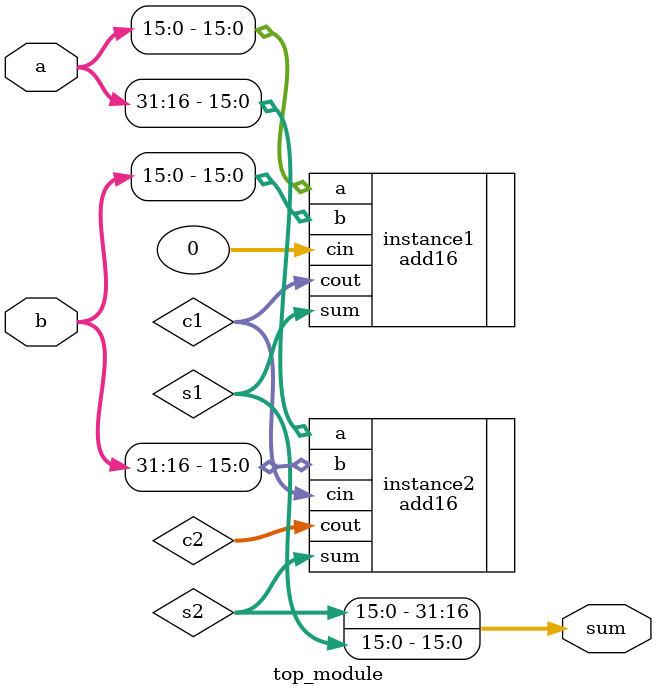
<source format=v>
module top_module(
    input [31:0] a,
    input [31:0] b,
    output [31:0] sum
);

    wire [15:0] c1, c2, s1, s2;

    add16 instance1(.a(a[15:0]), .b(b[15:0]), .cin(0), .sum(s1), .cout(c1));
    add16 instance2(.a(a[31:16]), .b(b[31:16]), .cin(c1), .sum(s2), .cout(c2));

    assign sum = {s2, s1};

endmodule

</source>
